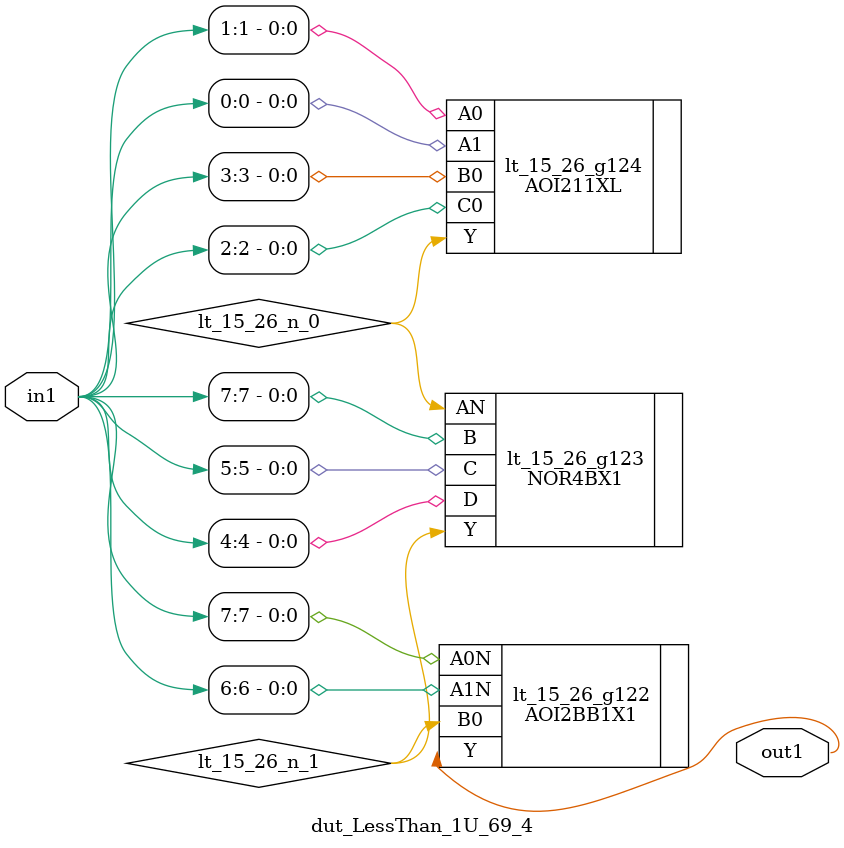
<source format=v>
`timescale 1ps / 1ps


module dut_LessThan_1U_69_4(in1, out1);
  input [7:0] in1;
  output out1;
  wire [7:0] in1;
  wire out1;
  wire lt_15_26_n_0, lt_15_26_n_1;
  AOI2BB1X1 lt_15_26_g122(.A0N (in1[7]), .A1N (in1[6]), .B0
       (lt_15_26_n_1), .Y (out1));
  NOR4BX1 lt_15_26_g123(.AN (lt_15_26_n_0), .B (in1[7]), .C (in1[5]),
       .D (in1[4]), .Y (lt_15_26_n_1));
  AOI211XL lt_15_26_g124(.A0 (in1[1]), .A1 (in1[0]), .B0 (in1[3]), .C0
       (in1[2]), .Y (lt_15_26_n_0));
endmodule



</source>
